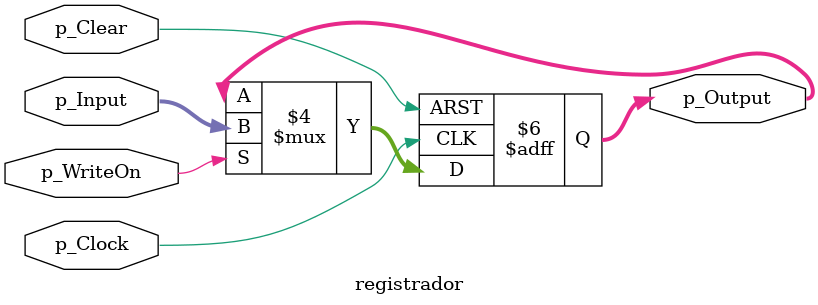
<source format=v>
module registrador (p_Input, p_Clock, p_WriteOn, p_Clear, p_Output);
    input p_Clock, p_WriteOn, p_Clear;
    input [15:0] p_Input;
    output reg [15:0] p_Output;
    
    // valor inicial do registrador
    initial
        p_Output = 16'b0;

    // caso p_Clear esteja ativo, a saida sera zerada indepente
    // do estado de p_WriteOn
    always@(posedge p_Clock, posedge p_Clear)
        if(p_Clear)
            p_Output = 16'b0;
        else if(p_WriteOn)
            p_Output = p_Input;

endmodule

</source>
